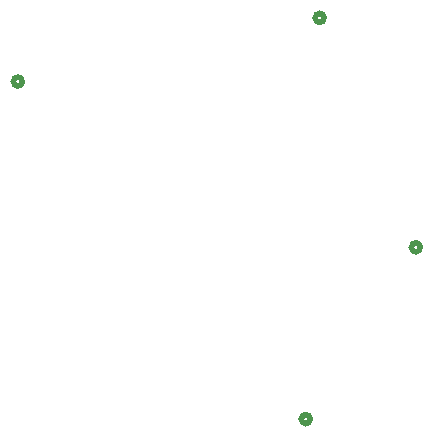
<source format=gbr>
%TF.GenerationSoftware,KiCad,Pcbnew,8.0.6*%
%TF.CreationDate,2024-11-01T20:33:52-04:00*%
%TF.ProjectId,FlexGlO,466c6578-476c-44f2-9e6b-696361645f70,rev?*%
%TF.SameCoordinates,Original*%
%TF.FileFunction,Legend,Bot*%
%TF.FilePolarity,Positive*%
%FSLAX46Y46*%
G04 Gerber Fmt 4.6, Leading zero omitted, Abs format (unit mm)*
G04 Created by KiCad (PCBNEW 8.0.6) date 2024-11-01 20:33:52*
%MOMM*%
%LPD*%
G01*
G04 APERTURE LIST*
%ADD10C,0.508000*%
G04 APERTURE END LIST*
D10*
%TO.C,JST_3P2*%
X131256928Y-93124042D02*
G75*
G02*
X130494928Y-93124042I-381000J0D01*
G01*
X130494928Y-93124042D02*
G75*
G02*
X131256928Y-93124042I381000J0D01*
G01*
%TO.C,JST_3P1*%
X105703389Y-98510447D02*
G75*
G02*
X104941389Y-98510447I-381000J0D01*
G01*
X104941389Y-98510447D02*
G75*
G02*
X105703389Y-98510447I381000J0D01*
G01*
%TO.C,JST_2P1*%
X139403732Y-112547732D02*
G75*
G02*
X138641732Y-112547732I-381000J0D01*
G01*
X138641732Y-112547732D02*
G75*
G02*
X139403732Y-112547732I381000J0D01*
G01*
%TO.C,JST_3P3*%
X130080999Y-127088900D02*
G75*
G02*
X129318999Y-127088900I-381000J0D01*
G01*
X129318999Y-127088900D02*
G75*
G02*
X130080999Y-127088900I381000J0D01*
G01*
%TD*%
M02*

</source>
